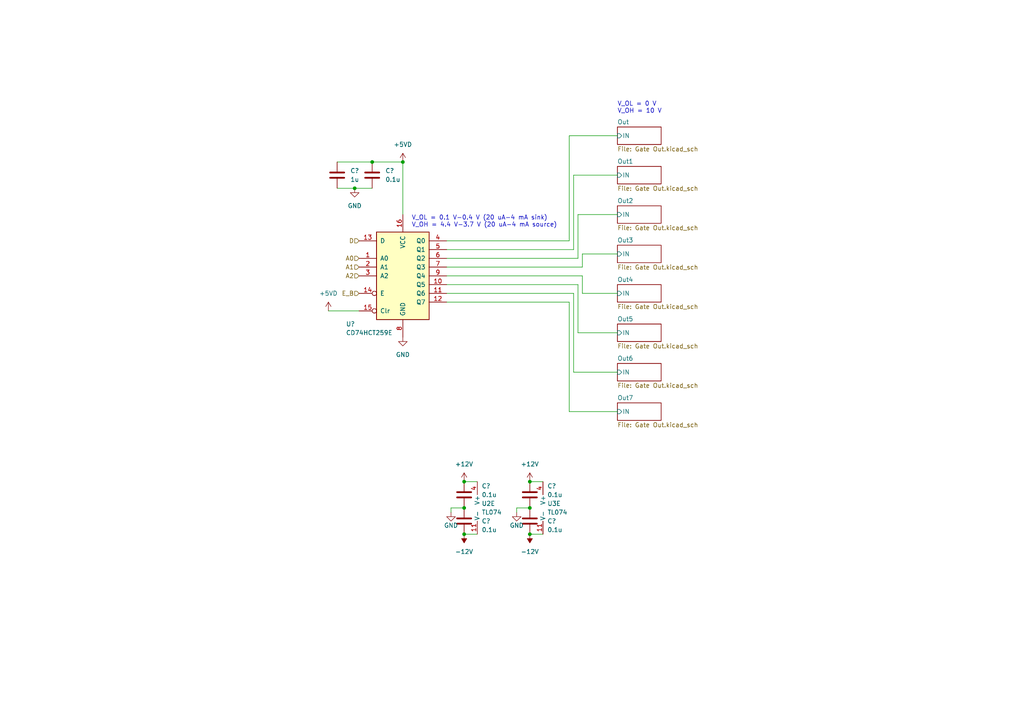
<source format=kicad_sch>
(kicad_sch (version 20211123) (generator eeschema)
  (paper "A4")
  (lib_symbols
    (symbol "74xx:74LS259" (pin_names (offset 1.016))
      (property "Reference" "U" (at -7.62 13.97 0))
      (property "Value" "74LS259" (at -7.62 -13.97 0))
      (symbol "74LS259_1_0"
        (pin input line (at -12.7 5.08 0) (length 5.08) (name "A0") (number "1"))
        (pin output line (at 12.7 -2.54 180) (length 5.08) (name "Q5") (number "10"))
        (pin output line (at 12.7 -5.08 180) (length 5.08) (name "Q6") (number "11"))
        (pin output line (at 12.7 -7.62 180) (length 5.08) (name "Q7") (number "12"))
        (pin input line (at -12.7 10.16 0) (length 5.08) (name "D") (number "13"))
        (pin input inverted (at -12.7 -5.08 0) (length 5.08) (name "E") (number "14"))
        (pin input inverted (at -12.7 -10.16 0) (length 5.08) (name "Clr") (number "15"))
        (pin power_in line (at 0 17.78 270) (length 5.08) (name "VCC") (number "16"))
        (pin input line (at -12.7 2.54 0) (length 5.08) (name "A1") (number "2"))
        (pin input line (at -12.7 0 0) (length 5.08) (name "A2") (number "3"))
        (pin output line (at 12.7 10.16 180) (length 5.08) (name "Q0") (number "4"))
        (pin output line (at 12.7 7.62 180) (length 5.08) (name "Q1") (number "5"))
        (pin output line (at 12.7 5.08 180) (length 5.08) (name "Q2") (number "6"))
        (pin output line (at 12.7 2.54 180) (length 5.08) (name "Q3") (number "7"))
        (pin power_in line (at 0 -17.78 90) (length 5.08) (name "GND") (number "8"))
        (pin output line (at 12.7 0 180) (length 5.08) (name "Q4") (number "9"))
      )
      (symbol "74LS259_1_1"
        (rectangle (start -7.62 12.7) (end 7.62 -12.7) (stroke (width 0.254)) (fill (type background)))
      )
    )
    (symbol "Amplifier_Operational:TL074" (pin_names (offset 0.127))
      (property "Reference" "U" (at 0 5.08 0))
      (property "Value" "TL074" (at 0 -5.08 0))
      (symbol "TL074_1_1"
        (polyline (pts (xy -5.08 5.08) (xy 5.08 0) (xy -5.08 -5.08) (xy -5.08 5.08)) (stroke (width 0.254)) (fill (type background)))
        (pin output line (at 7.62 0 180) (length 2.54) (name "~") (number "1"))
        (pin input line (at -7.62 -2.54 0) (length 2.54) (name "-") (number "2"))
        (pin input line (at -7.62 2.54 0) (length 2.54) (name "+") (number "3"))
      )
      (symbol "TL074_2_1"
        (polyline (pts (xy -5.08 5.08) (xy 5.08 0) (xy -5.08 -5.08) (xy -5.08 5.08)) (stroke (width 0.254)) (fill (type background)))
        (pin input line (at -7.62 2.54 0) (length 2.54) (name "+") (number "5"))
        (pin input line (at -7.62 -2.54 0) (length 2.54) (name "-") (number "6"))
        (pin output line (at 7.62 0 180) (length 2.54) (name "~") (number "7"))
      )
      (symbol "TL074_3_1"
        (polyline (pts (xy -5.08 5.08) (xy 5.08 0) (xy -5.08 -5.08) (xy -5.08 5.08)) (stroke (width 0.254)) (fill (type background)))
        (pin input line (at -7.62 2.54 0) (length 2.54) (name "+") (number "10"))
        (pin output line (at 7.62 0 180) (length 2.54) (name "~") (number "8"))
        (pin input line (at -7.62 -2.54 0) (length 2.54) (name "-") (number "9"))
      )
      (symbol "TL074_4_1"
        (polyline (pts (xy -5.08 5.08) (xy 5.08 0) (xy -5.08 -5.08) (xy -5.08 5.08)) (stroke (width 0.254)) (fill (type background)))
        (pin input line (at -7.62 2.54 0) (length 2.54) (name "+") (number "12"))
        (pin input line (at -7.62 -2.54 0) (length 2.54) (name "-") (number "13"))
        (pin output line (at 7.62 0 180) (length 2.54) (name "~") (number "14"))
      )
      (symbol "TL074_5_1"
        (pin power_in line (at -2.54 -7.62 90) (length 3.81) (name "V-") (number "11"))
        (pin power_in line (at -2.54 7.62 270) (length 3.81) (name "V+") (number "4"))
      )
    )
    (symbol "Device:C" (pin_numbers hide) (pin_names (offset 0.254))
      (property "Reference" "C" (at 0.635 2.54 0))
      (property "Value" "C" (at 0.635 -2.54 0))
      (symbol "C_0_1"
        (polyline (pts (xy -2.032 -0.762) (xy 2.032 -0.762)) (stroke (width 0.508)))
        (polyline (pts (xy -2.032 0.762) (xy 2.032 0.762)) (stroke (width 0.508)))
      )
      (symbol "C_1_1"
        (pin passive line (at 0 3.81 270) (length 2.794) (name "~") (number "1"))
        (pin passive line (at 0 -3.81 90) (length 2.794) (name "~") (number "2"))
      )
    )
    (symbol "power:+12V" (power) (pin_names (offset 0))
      (property "Value" "+12V" (at 0 3.556 0))
      (symbol "+12V_0_1"
        (polyline (pts (xy -0.762 1.27) (xy 0 2.54)))
        (polyline (pts (xy 0 0) (xy 0 2.54)))
        (polyline (pts (xy 0 2.54) (xy 0.762 1.27)))
      )
      (symbol "+12V_1_1"
        (pin power_in line (at 0 0 90) (length 0) hide (name "+12V") (number "1"))
      )
    )
    (symbol "power:+5VD" (power) (pin_names (offset 0))
      (property "Value" "+5VD" (at 0 3.556 0))
      (symbol "+5VD_0_1"
        (polyline (pts (xy -0.762 1.27) (xy 0 2.54)))
        (polyline (pts (xy 0 0) (xy 0 2.54)))
        (polyline (pts (xy 0 2.54) (xy 0.762 1.27)))
      )
      (symbol "+5VD_1_1"
        (pin power_in line (at 0 0 90) (length 0) hide (name "+5VD") (number "1"))
      )
    )
    (symbol "power:-12V" (power) (pin_names (offset 0))
      (property "Value" "-12V" (at 0 3.81 0))
      (symbol "-12V_0_0"
        (pin power_in line (at 0 0 90) (length 0) hide (name "-12V") (number "1"))
      )
      (symbol "-12V_0_1"
        (polyline (pts (xy 0 0) (xy 0 1.27) (xy 0.762 1.27) (xy 0 2.54) (xy -0.762 1.27) (xy 0 1.27)) (fill (type outline)))
      )
    )
    (symbol "power:GND" (power) (pin_names (offset 0))
      (property "Value" "GND" (at 0 -3.81 0))
      (symbol "GND_0_1"
        (polyline (pts (xy 0 0) (xy 0 -1.27) (xy 1.27 -1.27) (xy 0 -2.54) (xy -1.27 -1.27) (xy 0 -1.27)))
      )
      (symbol "GND_1_1"
        (pin power_in line (at 0 0 270) (length 0) hide (name "GND") (number "1"))
      )
    )
  )
  (junction (at 153.67 154.94))
  (junction (at 134.62 154.94))
  (junction (at 102.87 54.61))
  (junction (at 116.84 46.99))
  (junction (at 107.95 46.99))
  (junction (at 134.62 139.7))
  (junction (at 134.62 147.32))
  (junction (at 153.67 147.32))
  (junction (at 153.67 139.7))
  (wire (pts (xy 116.84 46.99) (xy 116.84 62.23)))
  (wire (pts (xy 167.64 82.55) (xy 167.64 96.52)))
  (wire (pts (xy 165.1 87.63) (xy 165.1 119.38)))
  (wire (pts (xy 134.62 139.7) (xy 138.43 139.7)))
  (wire (pts (xy 149.86 148.59) (xy 149.86 147.32)))
  (wire (pts (xy 168.91 73.66) (xy 179.07 73.66)))
  (wire (pts (xy 167.64 74.93) (xy 167.64 62.23)))
  (wire (pts (xy 165.1 69.85) (xy 165.1 39.37)))
  (wire (pts (xy 165.1 119.38) (xy 179.07 119.38)))
  (wire (pts (xy 129.54 85.09) (xy 166.37 85.09)))
  (wire (pts (xy 102.87 54.61) (xy 107.95 54.61)))
  (wire (pts (xy 97.79 54.61) (xy 102.87 54.61)))
  (wire (pts (xy 130.81 148.59) (xy 130.81 147.32)))
  (wire (pts (xy 129.54 82.55) (xy 167.64 82.55)))
  (wire (pts (xy 168.91 80.01) (xy 168.91 85.09)))
  (wire (pts (xy 166.37 50.8) (xy 179.07 50.8)))
  (wire (pts (xy 130.81 147.32) (xy 134.62 147.32)))
  (wire (pts (xy 97.79 46.99) (xy 107.95 46.99)))
  (wire (pts (xy 129.54 80.01) (xy 168.91 80.01)))
  (wire (pts (xy 129.54 87.63) (xy 165.1 87.63)))
  (wire (pts (xy 129.54 69.85) (xy 165.1 69.85)))
  (wire (pts (xy 167.64 96.52) (xy 179.07 96.52)))
  (wire (pts (xy 134.62 154.94) (xy 138.43 154.94)))
  (wire (pts (xy 167.64 62.23) (xy 179.07 62.23)))
  (wire (pts (xy 166.37 72.39) (xy 166.37 50.8)))
  (wire (pts (xy 129.54 77.47) (xy 168.91 77.47)))
  (wire (pts (xy 166.37 85.09) (xy 166.37 107.95)))
  (wire (pts (xy 129.54 74.93) (xy 167.64 74.93)))
  (wire (pts (xy 107.95 46.99) (xy 116.84 46.99)))
  (wire (pts (xy 166.37 107.95) (xy 179.07 107.95)))
  (wire (pts (xy 153.67 139.7) (xy 157.48 139.7)))
  (wire (pts (xy 168.91 77.47) (xy 168.91 73.66)))
  (wire (pts (xy 129.54 72.39) (xy 166.37 72.39)))
  (wire (pts (xy 168.91 85.09) (xy 179.07 85.09)))
  (wire (pts (xy 149.86 147.32) (xy 153.67 147.32)))
  (wire (pts (xy 165.1 39.37) (xy 179.07 39.37)))
  (wire (pts (xy 95.25 90.17) (xy 104.14 90.17)))
  (wire (pts (xy 153.67 154.94) (xy 157.48 154.94)))
  (text "V_OL = 0 V\nV_OH = 10 V" (at 179.07 33.02 0) (effects (font (size 1.27 1.27)) (justify left bottom)))
  (text "V_OL = 0.1 V-0.4 V (20 uA-4 mA sink)\nV_OH = 4.4 V-3.7 V (20 uA-4 mA source)" (at 119.38 66.04 0) (effects (font (size 1.27 1.27)) (justify left bottom)))
  (hierarchical_label "A1" (shape input) (at 104.14 77.47 180))
  (hierarchical_label "A0" (shape input) (at 104.14 74.93 180))
  (hierarchical_label "D" (shape input) (at 104.14 69.85 180))
  (hierarchical_label "A2" (shape input) (at 104.14 80.01 180))
  (hierarchical_label "E_B" (shape input) (at 104.14 85.09 180))
  (symbol (lib_id "Device:C") (at 107.95 50.8 0) (unit 1)
    (property "Reference" "C?" (at 111.76 49.5299 0) (effects (justify left)))
    (property "Value" "0.1u" (at 111.76 52.0699 0) (effects (justify left)))
  )
  (symbol (lib_id "Amplifier_Operational:TL074") (at 160.02 147.32 0) (unit 5)
    (property "Reference" "U3" (at 158.75 146.0499 0) (effects (justify left)))
    (property "Value" "TL074" (at 158.75 148.5899 0) (effects (justify left)))
    (property "Datasheet" "http://www.ti.com/lit/ds/symlink/tl071.pdf" (effects hide))
  )
  (symbol (lib_id "power:-12V") (at 134.62 154.94 180) (unit 1)
    (property "Reference" "#PWR?" (effects hide))
    (property "Value" "-12V" (at 134.62 160.02 0))
  )
  (symbol (lib_id "power:-12V") (at 153.67 154.94 180) (unit 1)
    (property "Reference" "#PWR?" (effects hide))
    (property "Value" "-12V" (at 153.67 160.02 0))
  )
  (symbol (lib_id "Device:C") (at 153.67 143.51 180) (unit 1)
    (property "Reference" "C?" (at 158.75 140.97 0) (effects (justify right)))
    (property "Value" "0.1u" (at 158.75 143.51 0) (effects (justify right)))
  )
  (symbol (lib_id "Device:C") (at 153.67 151.13 180) (unit 1)
    (property "Reference" "C?" (at 158.75 151.13 0) (effects (justify right)))
    (property "Value" "0.1u" (at 158.75 153.67 0) (effects (justify right)))
  )
  (symbol (lib_id "power:+12V") (at 134.62 139.7 0) (unit 1)
    (property "Reference" "#PWR?" (effects hide))
    (property "Value" "+12V" (at 134.62 134.62 0))
  )
  (symbol (lib_id "Amplifier_Operational:TL074") (at 140.97 147.32 0) (unit 5)
    (property "Reference" "U2" (at 139.7 146.0499 0) (effects (justify left)))
    (property "Value" "TL074" (at 139.7 148.5899 0) (effects (justify left)))
    (property "Datasheet" "http://www.ti.com/lit/ds/symlink/tl071.pdf" (effects hide))
  )
  (symbol (lib_id "Device:C") (at 134.62 151.13 180) (unit 1)
    (property "Reference" "C?" (at 139.7 151.13 0) (effects (justify right)))
    (property "Value" "0.1u" (at 139.7 153.67 0) (effects (justify right)))
  )
  (symbol (lib_id "power:GND") (at 130.81 148.59 0) (unit 1)
    (property "Reference" "#PWR?" (effects hide))
    (property "Value" "GND" (at 130.81 152.4 0))
  )
  (symbol (lib_id "power:+5VD") (at 116.84 46.99 0) (unit 1)
    (property "Reference" "#PWR?" (effects hide))
    (property "Value" "+5VD" (at 116.84 41.91 0))
  )
  (symbol (lib_id "Device:C") (at 97.79 50.8 0) (unit 1)
    (property "Reference" "C?" (at 101.6 49.5299 0) (effects (justify left)))
    (property "Value" "1u" (at 101.6 52.0699 0) (effects (justify left)))
  )
  (symbol (lib_id "power:GND") (at 149.86 148.59 0) (unit 1)
    (property "Reference" "#PWR?" (effects hide))
    (property "Value" "GND" (at 149.86 152.4 0))
  )
  (symbol (lib_id "Device:C") (at 134.62 143.51 180) (unit 1)
    (property "Reference" "C?" (at 139.7 140.97 0) (effects (justify right)))
    (property "Value" "0.1u" (at 139.7 143.51 0) (effects (justify right)))
  )
  (symbol (lib_id "power:+5VD") (at 95.25 90.17 0) (unit 1)
    (property "Reference" "#PWR?" (effects hide))
    (property "Value" "+5VD" (at 95.25 85.09 0))
  )
  (symbol (lib_id "power:GND") (at 116.84 97.79 0) (unit 1)
    (property "Reference" "#PWR?" (effects hide))
    (property "Value" "GND" (at 116.84 102.87 0))
  )
  (symbol (lib_id "power:+12V") (at 153.67 139.7 0) (unit 1)
    (property "Reference" "#PWR?" (effects hide))
    (property "Value" "+12V" (at 153.67 134.62 0))
  )
  (symbol (lib_id "74xx:74LS259") (at 116.84 80.01 0) (unit 1)
    (property "Reference" "U?" (at 100.33 93.98 0) (effects (justify left)))
    (property "Value" "CD74HCT259E" (at 100.33 96.52 0) (effects (justify left)))
  )
  (symbol (lib_id "power:GND") (at 102.87 54.61 0) (unit 1)
    (property "Reference" "#PWR?" (effects hide))
    (property "Value" "GND" (at 102.87 59.69 0))
  )
  (sheet (at 179.07 82.55) (size 12.7 5.08) (stroke (width 0.1524))
    (property "Sheet name" "Out4" (at 179.07 81.8384 0) (effects (justify left bottom)))
    (property "Sheet file" "Gate Out.kicad_sch" (at 179.07 88.2146 0) (effects (justify left top)))
    (pin "IN" input (at 179.07 85.09 180))
  )
  (sheet (at 179.07 48.26) (size 12.7 5.08) (stroke (width 0.1524))
    (property "Sheet name" "Out1" (at 179.07 47.5484 0) (effects (justify left bottom)))
    (property "Sheet file" "Gate Out.kicad_sch" (at 179.07 53.9246 0) (effects (justify left top)))
    (pin "IN" input (at 179.07 50.8 180))
  )
  (sheet (at 179.07 36.83) (size 12.7 5.08) (stroke (width 0.1524))
    (property "Sheet name" "Out" (at 179.07 36.1184 0) (effects (justify left bottom)))
    (property "Sheet file" "Gate Out.kicad_sch" (at 179.07 42.4946 0) (effects (justify left top)))
    (pin "IN" input (at 179.07 39.37 180))
  )
  (sheet (at 179.07 105.41) (size 12.7 5.08) (stroke (width 0.1524))
    (property "Sheet name" "Out6" (at 179.07 104.6984 0) (effects (justify left bottom)))
    (property "Sheet file" "Gate Out.kicad_sch" (at 179.07 111.0746 0) (effects (justify left top)))
    (pin "IN" input (at 179.07 107.95 180))
  )
  (sheet (at 179.07 71.12) (size 12.7 5.08) (stroke (width 0.1524))
    (property "Sheet name" "Out3" (at 179.07 70.4084 0) (effects (justify left bottom)))
    (property "Sheet file" "Gate Out.kicad_sch" (at 179.07 76.7846 0) (effects (justify left top)))
    (pin "IN" input (at 179.07 73.66 180))
  )
  (sheet (at 179.07 59.69) (size 12.7 5.08) (stroke (width 0.1524))
    (property "Sheet name" "Out2" (at 179.07 58.9784 0) (effects (justify left bottom)))
    (property "Sheet file" "Gate Out.kicad_sch" (at 179.07 65.3546 0) (effects (justify left top)))
    (pin "IN" input (at 179.07 62.23 180))
  )
  (sheet (at 179.07 116.84) (size 12.7 5.08) (stroke (width 0.1524))
    (property "Sheet name" "Out7" (at 179.07 116.1284 0) (effects (justify left bottom)))
    (property "Sheet file" "Gate Out.kicad_sch" (at 179.07 122.5046 0) (effects (justify left top)))
    (pin "IN" input (at 179.07 119.38 180))
  )
  (sheet (at 179.07 93.98) (size 12.7 5.08) (stroke (width 0.1524))
    (property "Sheet name" "Out5" (at 179.07 93.2684 0) (effects (justify left bottom)))
    (property "Sheet file" "Gate Out.kicad_sch" (at 179.07 99.6446 0) (effects (justify left top)))
    (pin "IN" input (at 179.07 96.52 180))
  )
)
</source>
